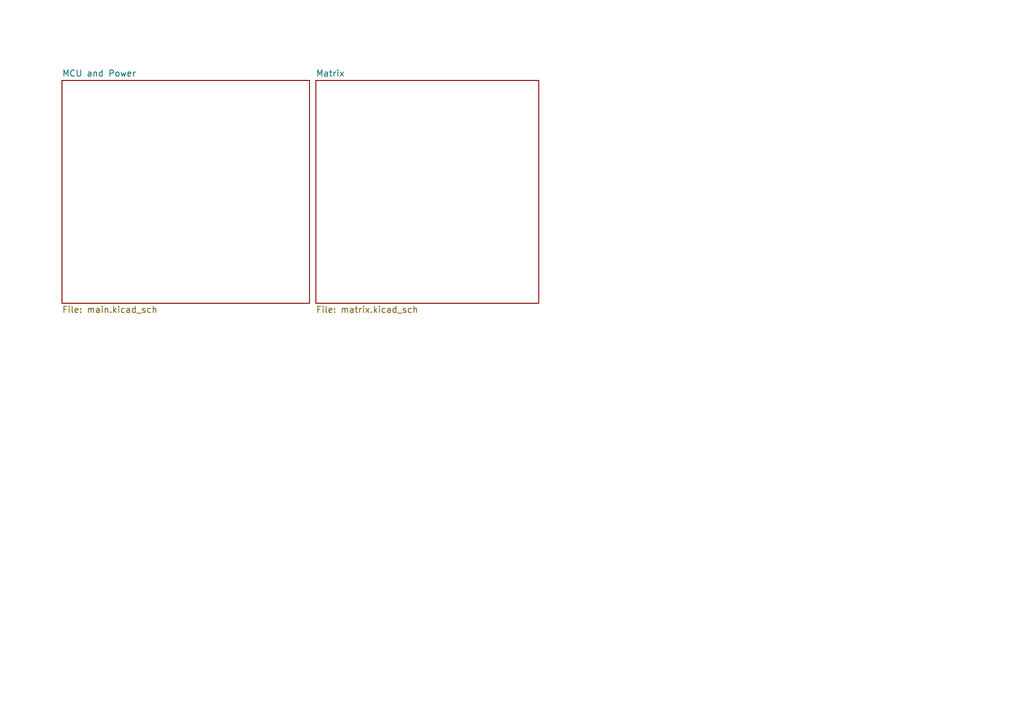
<source format=kicad_sch>
(kicad_sch (version 20211123) (generator eeschema)
  (paper "A5")
  (lib_symbols)
  (sheet (at 12.7 16.51) (size 50.8 45.72) (stroke (width 0.1524))
    (property "Sheet name" "MCU and Power" (at 12.7 15.7984 0) (effects (justify left bottom)))
    (property "Sheet file" "main.kicad_sch" (at 12.7 62.8146 0) (effects (justify left top)))
  )
  (sheet (at 64.77 16.51) (size 45.72 45.72) (stroke (width 0.1524))
    (property "Sheet name" "Matrix" (at 64.77 15.7984 0) (effects (justify left bottom)))
    (property "Sheet file" "matrix.kicad_sch" (at 64.77 62.8146 0) (effects (justify left top)))
  )
)
</source>
